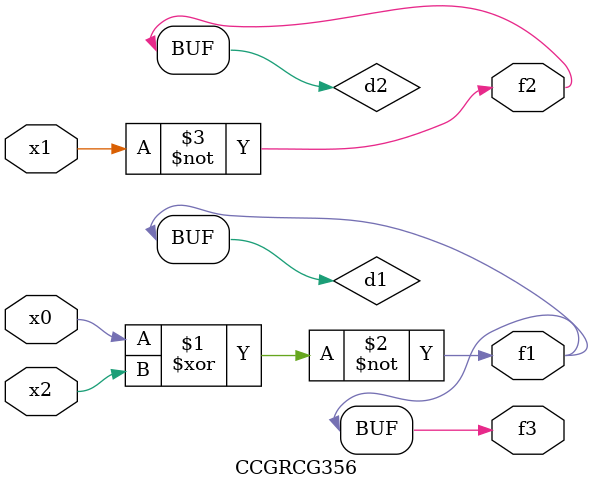
<source format=v>
module CCGRCG356(
	input x0, x1, x2,
	output f1, f2, f3
);

	wire d1, d2, d3;

	xnor (d1, x0, x2);
	nand (d2, x1);
	nor (d3, x1, x2);
	assign f1 = d1;
	assign f2 = d2;
	assign f3 = d1;
endmodule

</source>
